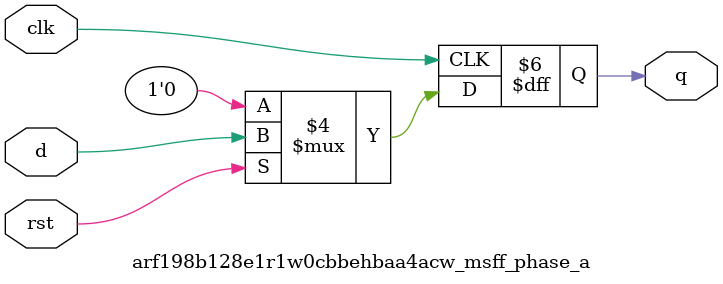
<source format=sv>
`ifndef ARF198B128E1R1W0CBBEHBAA4ACW_MSFF_PHASE_A_SV
`define ARF198B128E1R1W0CBBEHBAA4ACW_MSFF_PHASE_A_SV

module arf198b128e1r1w0cbbehbaa4acw_msff_phase_a #
(
  parameter DWIDTH = 1
)
(
  input  logic [DWIDTH-1:0] d,
  input  logic clk,
  input  logic rst,
  output logic [DWIDTH-1:0] q
);

always_ff @ (posedge clk) begin
  if (~rst) begin
    q <= '0;
  end
  else begin
    q <= d;
  end
end

endmodule // arf198b128e1r1w0cbbehbaa4acw_msff_phase_a

`endif // ARF198B128E1R1W0CBBEHBAA4ACW_MSFF_PHASE_A_SV
</source>
